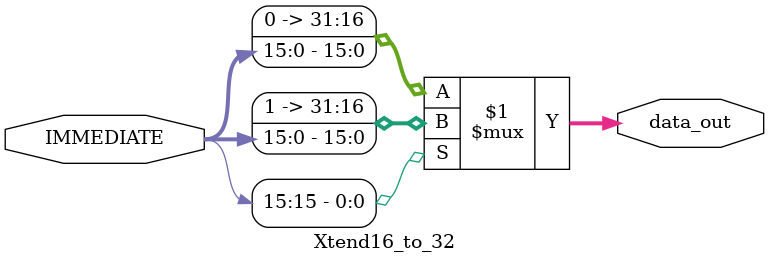
<source format=v>
module Xtend16_to_32(
    input wire [15:0]  IMMEDIATE,
    output wire [31:0] data_out
);
    assign data_out = (IMMEDIATE[15]) ? {{16{1'b1}},IMMEDIATE} : {{16{1'b0}},IMMEDIATE};

endmodule
</source>
